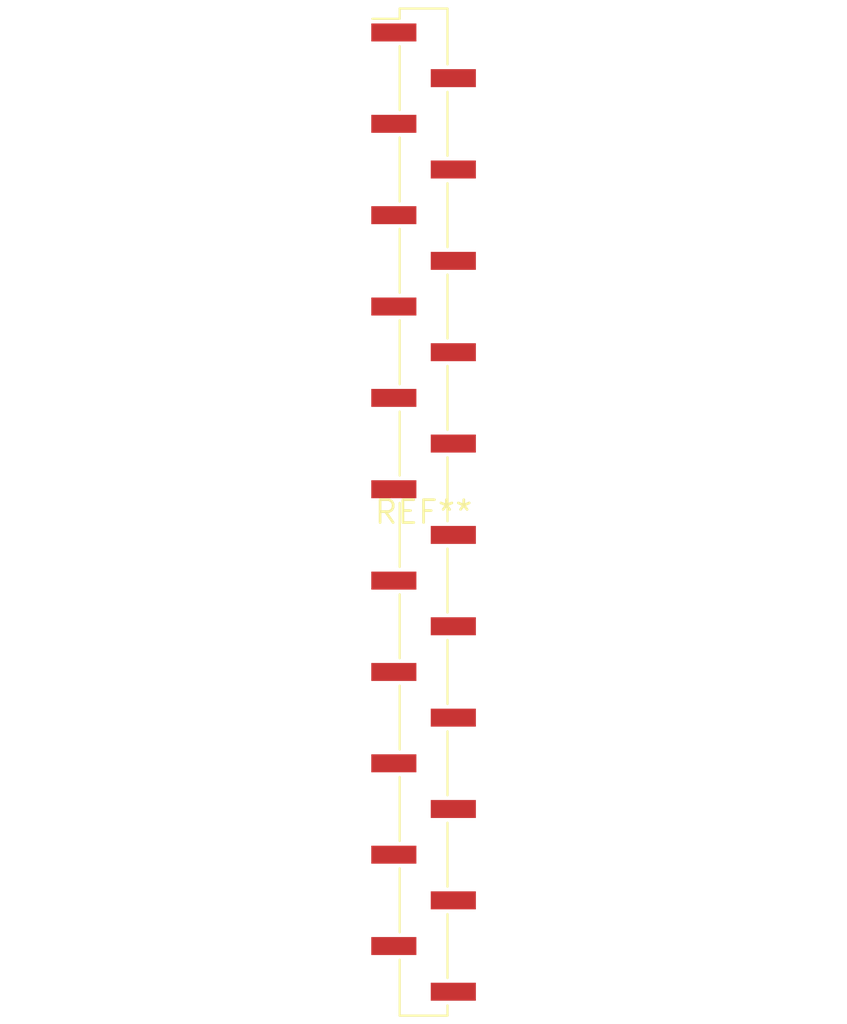
<source format=kicad_pcb>
(kicad_pcb (version 20240108) (generator pcbnew)
  (layers (0 "F.Cu" signal) (31 "B.Cu" signal) (34 "B.Paste" user) (35 "F.Paste" user) (36 "B.SilkS" user "B.Silkscreen") (37 "F.SilkS" user "F.Silkscreen") (38 "B.Mask" user) (39 "F.Mask" user) (44 "Edge.Cuts" user))
  (net 0 "")
  (footprint "PinHeader_1x22_P2.54mm_Vertical_SMD_Pin1Left" (layer "F.Cu") (at 0 0)
    (property "Reference" "REF**")
    (property "Value" "PinHeader_1x22_P2.54mm_Vertical_SMD_Pin1Left")
    (fp_line (start -1.33 -28) (end -1.33 -27.43) (layer "F.SilkS") (stroke (width 0.12)))
    (fp_line (start -1.33 -28) (end 1.33 -28) (layer "F.SilkS") (stroke (width 0.12)))
    (fp_line (start -1.33 -27.43) (end -2.85 -27.43) (layer "F.SilkS") (stroke (width 0.12)))
    (fp_line (start -1.33 -25.91) (end -1.33 -22.35) (layer "F.SilkS") (stroke (width 0.12)))
    (fp_line (start -1.33 -20.83) (end -1.33 -17.27) (layer "F.SilkS") (stroke (width 0.12)))
    (fp_line (start -1.33 -15.75) (end -1.33 -12.19) (layer "F.SilkS") (stroke (width 0.12)))
    (fp_line (start -1.33 -10.67) (end -1.33 -7.11) (layer "F.SilkS") (stroke (width 0.12)))
    (fp_line (start -1.33 -5.59) (end -1.33 -2.03) (layer "F.SilkS") (stroke (width 0.12)))
    (fp_line (start -1.33 -0.51) (end -1.33 3.05) (layer "F.SilkS") (stroke (width 0.12)))
    (fp_line (start -1.33 4.57) (end -1.33 8.13) (layer "F.SilkS") (stroke (width 0.12)))
    (fp_line (start -1.33 9.65) (end -1.33 13.21) (layer "F.SilkS") (stroke (width 0.12)))
    (fp_line (start -1.33 14.73) (end -1.33 18.29) (layer "F.SilkS") (stroke (width 0.12)))
    (fp_line (start -1.33 19.81) (end -1.33 23.37) (layer "F.SilkS") (stroke (width 0.12)))
    (fp_line (start -1.33 24.89) (end -1.33 28) (layer "F.SilkS") (stroke (width 0.12)))
    (fp_line (start -1.33 28) (end 1.33 28) (layer "F.SilkS") (stroke (width 0.12)))
    (fp_line (start 1.33 -28) (end 1.33 -24.89) (layer "F.SilkS") (stroke (width 0.12)))
    (fp_line (start 1.33 -23.37) (end 1.33 -19.81) (layer "F.SilkS") (stroke (width 0.12)))
    (fp_line (start 1.33 -18.29) (end 1.33 -14.73) (layer "F.SilkS") (stroke (width 0.12)))
    (fp_line (start 1.33 -13.21) (end 1.33 -9.65) (layer "F.SilkS") (stroke (width 0.12)))
    (fp_line (start 1.33 -8.13) (end 1.33 -4.57) (layer "F.SilkS") (stroke (width 0.12)))
    (fp_line (start 1.33 -3.05) (end 1.33 0.51) (layer "F.SilkS") (stroke (width 0.12)))
    (fp_line (start 1.33 2.03) (end 1.33 5.59) (layer "F.SilkS") (stroke (width 0.12)))
    (fp_line (start 1.33 7.11) (end 1.33 10.67) (layer "F.SilkS") (stroke (width 0.12)))
    (fp_line (start 1.33 12.19) (end 1.33 15.75) (layer "F.SilkS") (stroke (width 0.12)))
    (fp_line (start 1.33 17.27) (end 1.33 20.83) (layer "F.SilkS") (stroke (width 0.12)))
    (fp_line (start 1.33 22.35) (end 1.33 25.91) (layer "F.SilkS") (stroke (width 0.12)))
    (fp_line (start 1.33 27.43) (end 1.33 28) (layer "F.SilkS") (stroke (width 0.12)))
    (pad "1" smd rect (at -1.655 -26.67) (size 2.51 1) (layers "F.Cu" "F.Paste" "F.Mask"))
    (pad "2" smd rect (at 1.655 -24.13) (size 2.51 1) (layers "F.Cu" "F.Paste" "F.Mask"))
    (pad "3" smd rect (at -1.655 -21.59) (size 2.51 1) (layers "F.Cu" "F.Paste" "F.Mask"))
    (pad "4" smd rect (at 1.655 -19.05) (size 2.51 1) (layers "F.Cu" "F.Paste" "F.Mask"))
    (pad "5" smd rect (at -1.655 -16.51) (size 2.51 1) (layers "F.Cu" "F.Paste" "F.Mask"))
    (pad "6" smd rect (at 1.655 -13.97) (size 2.51 1) (layers "F.Cu" "F.Paste" "F.Mask"))
    (pad "7" smd rect (at -1.655 -11.43) (size 2.51 1) (layers "F.Cu" "F.Paste" "F.Mask"))
    (pad "8" smd rect (at 1.655 -8.89) (size 2.51 1) (layers "F.Cu" "F.Paste" "F.Mask"))
    (pad "9" smd rect (at -1.655 -6.35) (size 2.51 1) (layers "F.Cu" "F.Paste" "F.Mask"))
    (pad "10" smd rect (at 1.655 -3.81) (size 2.51 1) (layers "F.Cu" "F.Paste" "F.Mask"))
    (pad "11" smd rect (at -1.655 -1.27) (size 2.51 1) (layers "F.Cu" "F.Paste" "F.Mask"))
    (pad "12" smd rect (at 1.655 1.27) (size 2.51 1) (layers "F.Cu" "F.Paste" "F.Mask"))
    (pad "13" smd rect (at -1.655 3.81) (size 2.51 1) (layers "F.Cu" "F.Paste" "F.Mask"))
    (pad "14" smd rect (at 1.655 6.35) (size 2.51 1) (layers "F.Cu" "F.Paste" "F.Mask"))
    (pad "15" smd rect (at -1.655 8.89) (size 2.51 1) (layers "F.Cu" "F.Paste" "F.Mask"))
    (pad "16" smd rect (at 1.655 11.43) (size 2.51 1) (layers "F.Cu" "F.Paste" "F.Mask"))
    (pad "17" smd rect (at -1.655 13.97) (size 2.51 1) (layers "F.Cu" "F.Paste" "F.Mask"))
    (pad "18" smd rect (at 1.655 16.51) (size 2.51 1) (layers "F.Cu" "F.Paste" "F.Mask"))
    (pad "19" smd rect (at -1.655 19.05) (size 2.51 1) (layers "F.Cu" "F.Paste" "F.Mask"))
    (pad "20" smd rect (at 1.655 21.59) (size 2.51 1) (layers "F.Cu" "F.Paste" "F.Mask"))
    (pad "21" smd rect (at -1.655 24.13) (size 2.51 1) (layers "F.Cu" "F.Paste" "F.Mask"))
    (pad "22" smd rect (at 1.655 26.67) (size 2.51 1) (layers "F.Cu" "F.Paste" "F.Mask"))
  )
)
</source>
